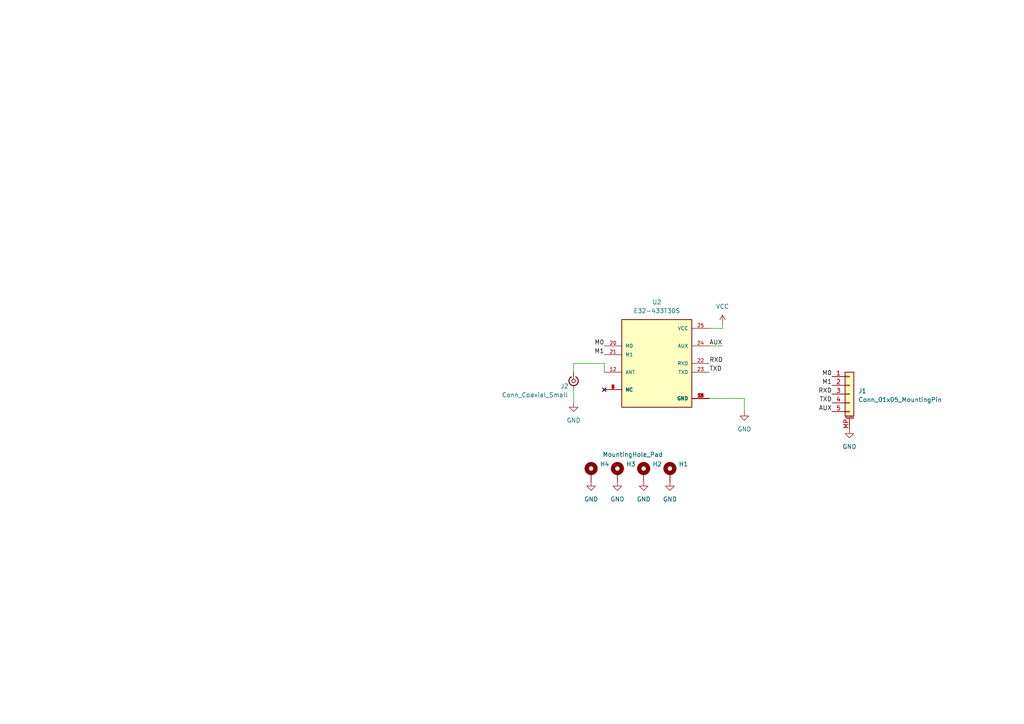
<source format=kicad_sch>
(kicad_sch (version 20231120) (generator "eeschema") (generator_version "8.0")
  (paper "A4")
  (lib_symbols
    (symbol "Connector:Conn_Coaxial_Small" (pin_numbers hide) (pin_names (offset 1.016) hide)
      (property "Reference" "J" (at 0.254 3.048 0))
      (property "Value" "Conn_Coaxial_Small" (at 0 -3.81 0))
      (symbol "Conn_Coaxial_Small_0_1"
        (polyline (pts (xy -2.54 0) (xy -0.508 0)))
        (circle (center 0 0) (radius 0.508) (stroke (width 0.2032)))
      )
      (symbol "Conn_Coaxial_Small_1_1"
        (arc (start -1.1916 -0.6311) (mid 0.327 -1.3081) (end 1.3484 0.0039) (stroke (width 0.3048)))
        (arc (start 1.3484 -0.0039) (mid 0.327 1.3081) (end -1.1916 0.6311) (stroke (width 0.3048)))
        (pin passive line (at -2.54 0 0) (length 1.27) (name "In") (number "1"))
        (pin passive line (at 2.54 0 180) (length 1.27) (name "Ext") (number "2"))
      )
    )
    (symbol "Connector_Generic_MountingPin:Conn_01x05_MountingPin" (pin_names (offset 1.016) hide)
      (property "Reference" "J" (at 0 7.62 0))
      (property "Value" "Conn_01x05_MountingPin" (at 1.27 -7.62 0))
      (symbol "Conn_01x05_MountingPin_1_1"
        (rectangle (start -1.27 -4.953) (end 0 -5.207) (stroke (width 0.1524)))
        (rectangle (start -1.27 -2.413) (end 0 -2.667) (stroke (width 0.1524)))
        (rectangle (start -1.27 0.127) (end 0 -0.127) (stroke (width 0.1524)))
        (rectangle (start -1.27 2.667) (end 0 2.413) (stroke (width 0.1524)))
        (rectangle (start -1.27 5.207) (end 0 4.953) (stroke (width 0.1524)))
        (rectangle (start -1.27 6.35) (end 1.27 -6.35) (stroke (width 0.254)) (fill (type background)))
        (polyline (pts (xy -1.016 -7.112) (xy 1.016 -7.112)) (stroke (width 0.1524)))
        (text "Mounting" (at 0 -6.731 0) (effects (font (size 0.381 0.381))))
        (pin passive line (at -5.08 5.08 0) (length 3.81) (name "Pin_1") (number "1"))
        (pin passive line (at -5.08 2.54 0) (length 3.81) (name "Pin_2") (number "2"))
        (pin passive line (at -5.08 0 0) (length 3.81) (name "Pin_3") (number "3"))
        (pin passive line (at -5.08 -2.54 0) (length 3.81) (name "Pin_4") (number "4"))
        (pin passive line (at -5.08 -5.08 0) (length 3.81) (name "Pin_5") (number "5"))
        (pin passive line (at 0 -10.16 90) (length 3.048) (name "MountPin") (number "MP"))
      )
    )
    (symbol "E32-433T20S:E32-433T20S" (pin_names (offset 1.016))
      (property "Reference" "U" (at -10.16 13.462 0))
      (property "Value" "E32-433T20S" (at -10.16 -15.24 0))
      (symbol "E32-433T20S_0_0"
        (rectangle (start -10.16 -12.7) (end 10.16 12.7) (stroke (width 0.254)) (fill (type background)))
        (pin no_connect line (at -15.24 -7.62 0) (length 5.08) (name "NC") (number "1"))
        (pin power_in line (at 15.24 -10.16 180) (length 5.08) (name "GND") (number "11"))
        (pin passive line (at -15.24 -2.54 0) (length 5.08) (name "ANT") (number "12"))
        (pin power_in line (at 15.24 -10.16 180) (length 5.08) (name "GND") (number "13"))
        (pin power_in line (at 15.24 -10.16 180) (length 5.08) (name "GND") (number "14"))
        (pin power_in line (at 15.24 -10.16 180) (length 5.08) (name "GND") (number "15"))
        (pin power_in line (at 15.24 -10.16 180) (length 5.08) (name "GND") (number "16"))
        (pin power_in line (at 15.24 -10.16 180) (length 5.08) (name "GND") (number "19"))
        (pin power_in line (at 15.24 -10.16 180) (length 5.08) (name "GND") (number "2"))
        (pin input line (at -15.24 5.08 0) (length 5.08) (name "M0") (number "20"))
        (pin input line (at -15.24 2.54 0) (length 5.08) (name "M1") (number "21"))
        (pin input line (at 15.24 0 180) (length 5.08) (name "RXD") (number "22"))
        (pin output line (at 15.24 -2.54 180) (length 5.08) (name "TXD") (number "23"))
        (pin output line (at 15.24 5.08 180) (length 5.08) (name "AUX") (number "24"))
        (pin power_in line (at 15.24 10.16 180) (length 5.08) (name "VCC") (number "25"))
        (pin power_in line (at 15.24 -10.16 180) (length 5.08) (name "GND") (number "26"))
        (pin no_connect line (at -15.24 -7.62 0) (length 5.08) (name "NC") (number "3"))
        (pin no_connect line (at -15.24 -7.62 0) (length 5.08) (name "NC") (number "4"))
        (pin no_connect line (at -15.24 -7.62 0) (length 5.08) (name "NC") (number "5"))
        (pin no_connect line (at -15.24 -7.62 0) (length 5.08) (name "NC") (number "6"))
        (pin no_connect line (at -15.24 -7.62 0) (length 5.08) (name "NC") (number "7"))
        (pin power_in line (at 15.24 -10.16 180) (length 5.08) (name "GND") (number "8"))
      )
    )
    (symbol "Mechanical:MountingHole_Pad" (pin_numbers hide) (pin_names (offset 1.016) hide) (exclude_from_sim yes) (in_bom no)
      (property "Reference" "H" (at 0 6.35 0))
      (property "Value" "MountingHole_Pad" (at 0 4.445 0))
      (symbol "MountingHole_Pad_0_1"
        (circle (center 0 1.27) (radius 1.27) (stroke (width 1.27)))
      )
      (symbol "MountingHole_Pad_1_1"
        (pin input line (at 0 -2.54 90) (length 2.54) (name "1") (number "1"))
      )
    )
    (symbol "power:+3V3" (power) (pin_numbers hide) (pin_names (offset 0) hide)
      (property "Value" "+3V3" (at 0 3.556 0))
      (symbol "+3V3_0_1"
        (polyline (pts (xy -0.762 1.27) (xy 0 2.54)))
        (polyline (pts (xy 0 0) (xy 0 2.54)))
        (polyline (pts (xy 0 2.54) (xy 0.762 1.27)))
      )
      (symbol "+3V3_1_1"
        (pin power_in line (at 0 0 90) (length 0) (name "~") (number "1"))
      )
    )
    (symbol "power:GND" (power) (pin_numbers hide) (pin_names (offset 0) hide)
      (property "Value" "GND" (at 0 -3.81 0))
      (symbol "GND_0_1"
        (polyline (pts (xy 0 0) (xy 0 -1.27) (xy 1.27 -1.27) (xy 0 -2.54) (xy -1.27 -1.27) (xy 0 -1.27)))
      )
      (symbol "GND_1_1"
        (pin power_in line (at 0 0 270) (length 0) (name "~") (number "1"))
      )
    )
  )
  (no_connect (at 175.26 113.03))
  (wire (pts (xy 209.55 95.25) (xy 209.55 93.98)))
  (wire (pts (xy 205.74 95.25) (xy 209.55 95.25)))
  (wire (pts (xy 209.55 100.33) (xy 205.74 100.33)))
  (wire (pts (xy 175.26 105.41) (xy 175.26 107.95)))
  (wire (pts (xy 166.37 113.03) (xy 166.37 116.84)))
  (wire (pts (xy 215.9 115.57) (xy 215.9 119.38)))
  (wire (pts (xy 166.37 105.41) (xy 166.37 107.95)))
  (wire (pts (xy 205.74 115.57) (xy 215.9 115.57)))
  (wire (pts (xy 166.37 105.41) (xy 175.26 105.41)))
  (label "AUX" (at 241.3 119.38 180))
  (label "M0" (at 241.3 109.22 180))
  (label "AUX" (at 209.55 100.33 180))
  (label "RXD" (at 205.74 105.41 0))
  (label "RXD" (at 241.3 114.3 180))
  (label "M1" (at 241.3 111.76 180))
  (label "M1" (at 175.26 102.87 180))
  (label "TXD" (at 205.74 107.95 0))
  (label "M0" (at 175.26 100.33 180))
  (label "TXD" (at 241.3 116.84 180))
  (symbol (lib_id "power:GND") (at 215.9 119.38 0) (unit 1)
    (property "Reference" "#PWR04" (effects (hide yes)))
    (property "Value" "GND" (at 215.9 124.46 0))
    (property "Description" "Power symbol creates a global label with name \"GND\" , ground" (effects (hide yes)))
  )
  (symbol (lib_id "power:GND") (at 171.45 139.7 0) (unit 1)
    (property "Reference" "#PWR08" (effects (hide yes)))
    (property "Value" "GND" (at 171.45 144.78 0))
    (property "Description" "Power symbol creates a global label with name \"GND\" , ground" (effects (hide yes)))
  )
  (symbol (lib_id "Mechanical:MountingHole_Pad") (at 179.07 137.16 0) (unit 1) (exclude_from_sim yes) (in_bom no)
    (property "Reference" "H3" (at 181.61 134.6199 0) (effects (justify left)))
    (property "Value" "MountingHole_Pad" (effects (hide yes)))
    (property "Footprint" "MountingHole:MountingHole_2.2mm_M2_DIN965_Pad" (effects (hide yes)))
    (property "Description" "Mounting Hole with connection" (effects (hide yes)))
  )
  (symbol (lib_id "power:+3V3") (at 209.55 93.98 0) (unit 1)
    (property "Reference" "#PWR01" (effects (hide yes)))
    (property "Value" "VCC" (at 209.55 88.9 0))
    (property "Description" "Power symbol creates a global label with name \"+3V3\"" (effects (hide yes)))
  )
  (symbol (lib_id "E32-433T20S:E32-433T20S") (at 190.5 105.41 0) (unit 1)
    (property "Reference" "U2" (at 190.5 87.63 0))
    (property "Value" "E32-433T30S" (at 190.5 90.17 0))
    (property "Footprint" "E32-433T20S:MODULE_E32-433T20S" (effects (hide yes)))
    (property "MF" "EBYTE" (effects (hide yes)))
    (property "MAXIMUM_PACKAGE_HEIGHT" "3.25mm" (effects (hide yes)))
    (property "Package" "Package" (effects (hide yes)))
    (property "Price" "None" (effects (hide yes)))
    (property "Check_prices" "https://www.snapeda.com/parts/E32-433T20S/EBYTE/view-part/?ref=eda" (effects (hide yes)))
    (property "STANDARD" "Manufacturer Recommendations" (effects (hide yes)))
    (property "PARTREV" "1.00" (effects (hide yes)))
    (property "SnapEDA_Link" "https://www.snapeda.com/parts/E32-433T20S/EBYTE/view-part/?ref=snap" (effects (hide yes)))
    (property "MP" "E32-433T20S" (effects (hide yes)))
    (property "Description_1" "\nWireless serial port module (UART)\n" (effects (hide yes)))
    (property "MANUFACTURER" "EBYTE" (effects (hide yes)))
    (property "Availability" "Not in stock" (effects (hide yes)))
    (property "SNAPEDA_PN" "E32-433T20S" (effects (hide yes)))
  )
  (symbol (lib_id "power:GND") (at 166.37 116.84 0) (unit 1)
    (property "Reference" "#PWR02" (effects (hide yes)))
    (property "Value" "GND" (at 166.37 121.92 0))
    (property "Description" "Power symbol creates a global label with name \"GND\" , ground" (effects (hide yes)))
  )
  (symbol (lib_id "Connector:Conn_Coaxial_Small") (at 166.37 110.49 270) (unit 1)
    (property "Reference" "J2" (at 162.56 112.014 90) (effects (justify left)))
    (property "Value" "Conn_Coaxial_Small" (at 145.542 114.554 90) (effects (justify left)))
    (property "Footprint" "Connector_Coaxial:SMA_Amphenol_901-143_Horizontal" (effects (hide yes)))
    (property "Datasheet" " ~" (effects (hide yes)))
    (property "Description" "small coaxial connector (BNC, SMA, SMB, SMC, Cinch/RCA, LEMO, ...)" (effects (hide yes)))
  )
  (symbol (lib_id "power:GND") (at 179.07 139.7 0) (unit 1)
    (property "Reference" "#PWR07" (effects (hide yes)))
    (property "Value" "GND" (at 179.07 144.78 0))
    (property "Description" "Power symbol creates a global label with name \"GND\" , ground" (effects (hide yes)))
  )
  (symbol (lib_id "Mechanical:MountingHole_Pad") (at 186.69 137.16 0) (unit 1) (exclude_from_sim yes) (in_bom no)
    (property "Reference" "H2" (at 189.23 134.6199 0) (effects (justify left)))
    (property "Value" "MountingHole_Pad" (effects (hide yes)))
    (property "Footprint" "MountingHole:MountingHole_2.2mm_M2_DIN965_Pad" (effects (hide yes)))
    (property "Description" "Mounting Hole with connection" (effects (hide yes)))
  )
  (symbol (lib_id "Connector_Generic_MountingPin:Conn_01x05_MountingPin") (at 246.38 114.3 0) (unit 1)
    (property "Reference" "J1" (at 248.92 113.3855 0) (effects (justify left)))
    (property "Value" "Conn_01x05_MountingPin" (at 248.92 115.9255 0) (effects (justify left)))
    (property "Footprint" "Connector_JST:JST_GH_SM05B-GHS-TB_1x05-1MP_P1.25mm_Horizontal" (effects (hide yes)))
    (property "Description" "Generic connectable mounting pin connector, single row, 01x05, script generated (kicad-library-utils/schlib/autogen/connector/)" (effects (hide yes)))
  )
  (symbol (lib_id "Mechanical:MountingHole_Pad") (at 171.45 137.16 0) (unit 1) (exclude_from_sim yes) (in_bom no)
    (property "Reference" "H4" (at 173.99 134.6199 0) (effects (justify left)))
    (property "Value" "MountingHole_Pad" (effects (hide yes)))
    (property "Footprint" "MountingHole:MountingHole_2.2mm_M2_DIN965_Pad" (effects (hide yes)))
    (property "Description" "Mounting Hole with connection" (effects (hide yes)))
  )
  (symbol (lib_id "power:GND") (at 186.69 139.7 0) (unit 1)
    (property "Reference" "#PWR06" (effects (hide yes)))
    (property "Value" "GND" (at 186.69 144.78 0))
    (property "Description" "Power symbol creates a global label with name \"GND\" , ground" (effects (hide yes)))
  )
  (symbol (lib_id "Mechanical:MountingHole_Pad") (at 194.31 137.16 0) (unit 1) (exclude_from_sim yes) (in_bom no)
    (property "Reference" "H1" (at 196.85 134.6199 0) (effects (justify left)))
    (property "Value" "MountingHole_Pad" (at 174.752 131.826 0) (effects (justify left)))
    (property "Footprint" "MountingHole:MountingHole_2.2mm_M2_DIN965_Pad" (effects (hide yes)))
    (property "Description" "Mounting Hole with connection" (effects (hide yes)))
  )
  (symbol (lib_id "power:GND") (at 246.38 124.46 0) (unit 1)
    (property "Reference" "#PWR05" (effects (hide yes)))
    (property "Value" "GND" (at 246.38 129.54 0))
    (property "Description" "Power symbol creates a global label with name \"GND\" , ground" (effects (hide yes)))
  )
  (symbol (lib_id "power:GND") (at 194.31 139.7 0) (unit 1)
    (property "Reference" "#PWR03" (effects (hide yes)))
    (property "Value" "GND" (at 194.31 144.78 0))
    (property "Description" "Power symbol creates a global label with name \"GND\" , ground" (effects (hide yes)))
  )
)
</source>
